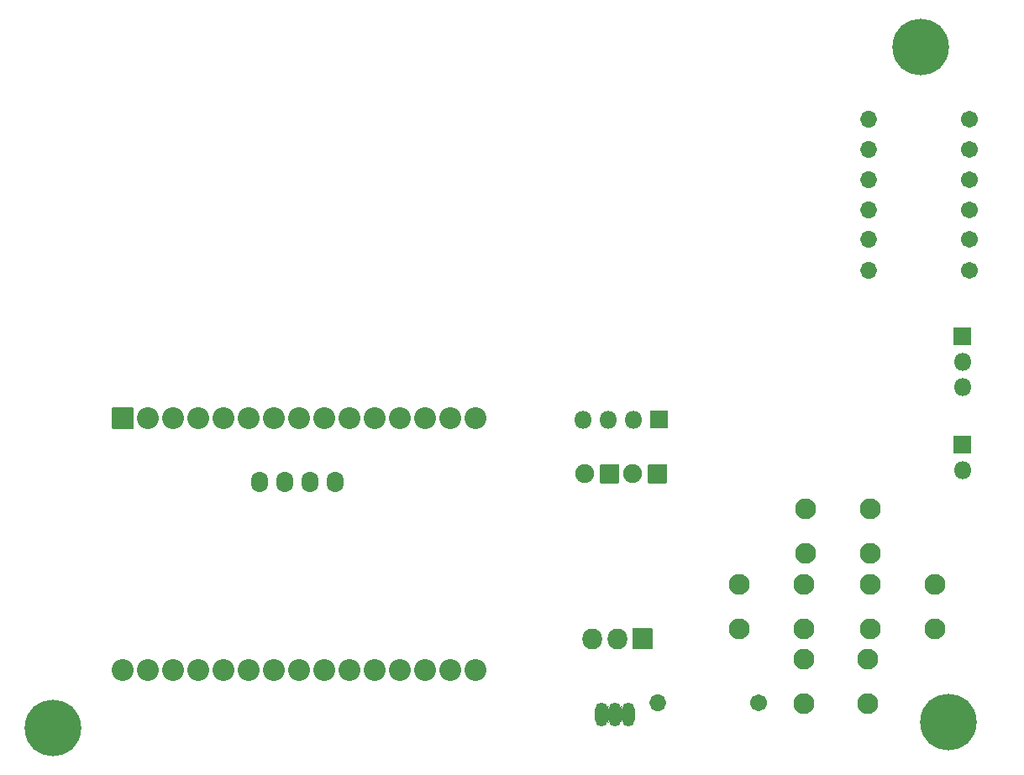
<source format=gts>
G04 #@! TF.GenerationSoftware,KiCad,Pcbnew,(5.1.10)-1*
G04 #@! TF.CreationDate,2024-12-13T18:52:17+01:00*
G04 #@! TF.ProjectId,plant_watner_V2.0,706c616e-745f-4776-9174-6e65725f5632,rev?*
G04 #@! TF.SameCoordinates,Original*
G04 #@! TF.FileFunction,Soldermask,Top*
G04 #@! TF.FilePolarity,Negative*
%FSLAX46Y46*%
G04 Gerber Fmt 4.6, Leading zero omitted, Abs format (unit mm)*
G04 Created by KiCad (PCBNEW (5.1.10)-1) date 2024-12-13 18:52:17*
%MOMM*%
%LPD*%
G01*
G04 APERTURE LIST*
%ADD10O,1.304000X2.404000*%
%ADD11C,2.204000*%
%ADD12C,1.702000*%
%ADD13O,1.702000X1.702000*%
%ADD14O,1.802000X1.802000*%
%ADD15C,2.102000*%
%ADD16C,5.702000*%
%ADD17O,2.007000X2.102000*%
%ADD18C,1.902000*%
%ADD19O,1.702000X2.102000*%
%ADD20C,0.100000*%
G04 APERTURE END LIST*
D10*
X151114035Y-120972748D03*
X152485635Y-120958348D03*
X153857235Y-120958348D03*
D11*
X138494635Y-116513348D03*
X135954635Y-116513348D03*
X133414635Y-116513348D03*
X130874635Y-116513348D03*
X128334635Y-116513348D03*
X125794635Y-116513348D03*
X123254635Y-116513348D03*
X120714635Y-116513348D03*
X118174635Y-116513348D03*
X115634635Y-116513348D03*
X113094635Y-116513348D03*
X110554635Y-116513348D03*
X108014635Y-116513348D03*
X105474635Y-116513348D03*
X102934635Y-116513348D03*
X138494635Y-91113348D03*
X135954635Y-91113348D03*
X133414635Y-91113348D03*
X130874635Y-91113348D03*
X128334635Y-91113348D03*
X125794635Y-91113348D03*
X123254635Y-91113348D03*
X120714635Y-91113348D03*
X118174635Y-91113348D03*
X115634635Y-91113348D03*
X113094635Y-91113348D03*
X110554635Y-91113348D03*
X108014635Y-91113348D03*
X105474635Y-91113348D03*
G36*
G01*
X101934635Y-90011348D02*
X103934635Y-90011348D01*
G75*
G02*
X104036635Y-90113348I0J-102000D01*
G01*
X104036635Y-92113348D01*
G75*
G02*
X103934635Y-92215348I-102000J0D01*
G01*
X101934635Y-92215348D01*
G75*
G02*
X101832635Y-92113348I0J102000D01*
G01*
X101832635Y-90113348D01*
G75*
G02*
X101934635Y-90011348I102000J0D01*
G01*
G37*
D12*
X188218355Y-70064368D03*
D13*
X178058355Y-70064368D03*
X178086355Y-67016369D03*
D12*
X188246355Y-67016369D03*
D13*
X178058354Y-63968369D03*
D12*
X188218354Y-63968369D03*
X188218356Y-60920368D03*
D13*
X178058356Y-60920368D03*
G36*
G01*
X157780635Y-92141348D02*
X156080635Y-92141348D01*
G75*
G02*
X156029635Y-92090348I0J51000D01*
G01*
X156029635Y-90390348D01*
G75*
G02*
X156080635Y-90339348I51000J0D01*
G01*
X157780635Y-90339348D01*
G75*
G02*
X157831635Y-90390348I0J-51000D01*
G01*
X157831635Y-92090348D01*
G75*
G02*
X157780635Y-92141348I-51000J0D01*
G01*
G37*
D14*
X154390635Y-91240348D03*
X151850635Y-91240348D03*
X149310635Y-91240348D03*
D15*
X165046005Y-112362729D03*
X165046005Y-107862729D03*
X171546005Y-112362729D03*
X171546005Y-107862729D03*
X184754004Y-107862729D03*
X184754004Y-112362729D03*
X178254004Y-107862729D03*
X178254004Y-112362729D03*
X171535635Y-119870348D03*
X171535635Y-115370348D03*
X178035635Y-119870348D03*
X178035635Y-115370348D03*
X171766636Y-104702347D03*
X171766636Y-100202347D03*
X178266636Y-104702347D03*
X178266636Y-100202347D03*
D16*
X186140635Y-121720348D03*
X183346635Y-53648348D03*
X95843636Y-122355349D03*
G36*
G01*
X188438636Y-82008348D02*
X188438636Y-83708348D01*
G75*
G02*
X188387636Y-83759348I-51000J0D01*
G01*
X186687636Y-83759348D01*
G75*
G02*
X186636636Y-83708348I0J51000D01*
G01*
X186636636Y-82008348D01*
G75*
G02*
X186687636Y-81957348I51000J0D01*
G01*
X188387636Y-81957348D01*
G75*
G02*
X188438636Y-82008348I0J-51000D01*
G01*
G37*
D14*
X187537636Y-85398348D03*
X187537636Y-87938348D03*
G36*
G01*
X156283136Y-112338349D02*
X156283136Y-114338349D01*
G75*
G02*
X156232136Y-114389349I-51000J0D01*
G01*
X154327136Y-114389349D01*
G75*
G02*
X154276136Y-114338349I0J51000D01*
G01*
X154276136Y-112338349D01*
G75*
G02*
X154327136Y-112287349I51000J0D01*
G01*
X156232136Y-112287349D01*
G75*
G02*
X156283136Y-112338349I0J-51000D01*
G01*
G37*
D17*
X152739636Y-113338349D03*
X150199636Y-113338349D03*
D18*
X154263634Y-96701348D03*
G36*
G01*
X157754634Y-95801348D02*
X157754634Y-97601348D01*
G75*
G02*
X157703634Y-97652348I-51000J0D01*
G01*
X155903634Y-97652348D01*
G75*
G02*
X155852634Y-97601348I0J51000D01*
G01*
X155852634Y-95801348D01*
G75*
G02*
X155903634Y-95750348I51000J0D01*
G01*
X157703634Y-95750348D01*
G75*
G02*
X157754634Y-95801348I0J-51000D01*
G01*
G37*
G36*
G01*
X152928636Y-95801348D02*
X152928636Y-97601348D01*
G75*
G02*
X152877636Y-97652348I-51000J0D01*
G01*
X151077636Y-97652348D01*
G75*
G02*
X151026636Y-97601348I0J51000D01*
G01*
X151026636Y-95801348D01*
G75*
G02*
X151077636Y-95750348I51000J0D01*
G01*
X152877636Y-95750348D01*
G75*
G02*
X152928636Y-95801348I0J-51000D01*
G01*
G37*
X149437636Y-96701348D03*
G36*
G01*
X188438636Y-92930348D02*
X188438636Y-94630348D01*
G75*
G02*
X188387636Y-94681348I-51000J0D01*
G01*
X186687636Y-94681348D01*
G75*
G02*
X186636636Y-94630348I0J51000D01*
G01*
X186636636Y-92930348D01*
G75*
G02*
X186687636Y-92879348I51000J0D01*
G01*
X188387636Y-92879348D01*
G75*
G02*
X188438636Y-92930348I0J-51000D01*
G01*
G37*
D14*
X187537636Y-96320348D03*
D19*
X124354635Y-97531349D03*
X121814635Y-97531349D03*
X116734635Y-97531349D03*
X119274635Y-97531349D03*
D12*
X166963634Y-119751850D03*
D13*
X156803634Y-119751850D03*
X178076136Y-76190849D03*
D12*
X188236136Y-76190849D03*
X188236136Y-73079349D03*
D13*
X178076136Y-73079349D03*
D20*
G36*
X151690825Y-120121160D02*
G01*
X151700915Y-120136261D01*
X151717962Y-120153308D01*
X151738009Y-120166703D01*
X151760283Y-120175929D01*
X151783933Y-120180634D01*
X151808039Y-120180634D01*
X151831690Y-120175930D01*
X151853963Y-120166704D01*
X151874011Y-120153309D01*
X151891058Y-120136262D01*
X151901150Y-120121160D01*
X151902944Y-120120275D01*
X151904607Y-120121387D01*
X151904577Y-120123214D01*
X151885124Y-120159607D01*
X151848134Y-120281544D01*
X151835636Y-120408442D01*
X151835635Y-121508254D01*
X151848133Y-121635151D01*
X151885123Y-121757088D01*
X151912273Y-121807883D01*
X151912207Y-121809882D01*
X151910444Y-121810825D01*
X151908846Y-121809937D01*
X151898756Y-121794836D01*
X151881709Y-121777789D01*
X151861662Y-121764394D01*
X151839388Y-121755168D01*
X151815738Y-121750463D01*
X151791632Y-121750463D01*
X151767981Y-121755167D01*
X151745707Y-121764393D01*
X151725660Y-121777788D01*
X151708613Y-121794835D01*
X151698516Y-121809947D01*
X151696722Y-121810832D01*
X151695059Y-121809721D01*
X151695089Y-121807893D01*
X151714547Y-121771489D01*
X151751537Y-121649552D01*
X151764035Y-121522654D01*
X151764035Y-120422842D01*
X151751537Y-120295944D01*
X151714547Y-120174007D01*
X151687398Y-120123214D01*
X151687464Y-120121215D01*
X151689227Y-120120272D01*
X151690825Y-120121160D01*
G37*
G36*
X153066269Y-120113953D02*
G01*
X153076364Y-120129062D01*
X153093411Y-120146109D01*
X153113459Y-120159503D01*
X153135733Y-120168730D01*
X153159383Y-120173434D01*
X153183489Y-120173434D01*
X153207139Y-120168730D01*
X153229413Y-120159503D01*
X153249461Y-120146109D01*
X153266508Y-120129062D01*
X153276597Y-120113962D01*
X153278391Y-120113077D01*
X153280054Y-120114188D01*
X153280024Y-120116016D01*
X153256724Y-120159607D01*
X153219734Y-120281544D01*
X153207236Y-120408442D01*
X153207235Y-121508254D01*
X153219733Y-121635151D01*
X153256723Y-121757088D01*
X153280030Y-121800693D01*
X153279964Y-121802692D01*
X153278201Y-121803635D01*
X153276603Y-121802747D01*
X153266506Y-121787635D01*
X153249459Y-121770588D01*
X153229412Y-121757194D01*
X153207138Y-121747967D01*
X153183488Y-121743263D01*
X153159382Y-121743263D01*
X153135732Y-121747967D01*
X153113458Y-121757194D01*
X153093410Y-121770589D01*
X153076363Y-121787636D01*
X153066273Y-121802737D01*
X153064479Y-121803622D01*
X153062816Y-121802511D01*
X153062846Y-121800683D01*
X153086147Y-121757089D01*
X153123137Y-121635152D01*
X153135635Y-121508254D01*
X153135635Y-120408442D01*
X153123137Y-120281544D01*
X153086147Y-120159607D01*
X153062842Y-120116007D01*
X153062908Y-120114008D01*
X153064671Y-120113065D01*
X153066269Y-120113953D01*
G37*
M02*

</source>
